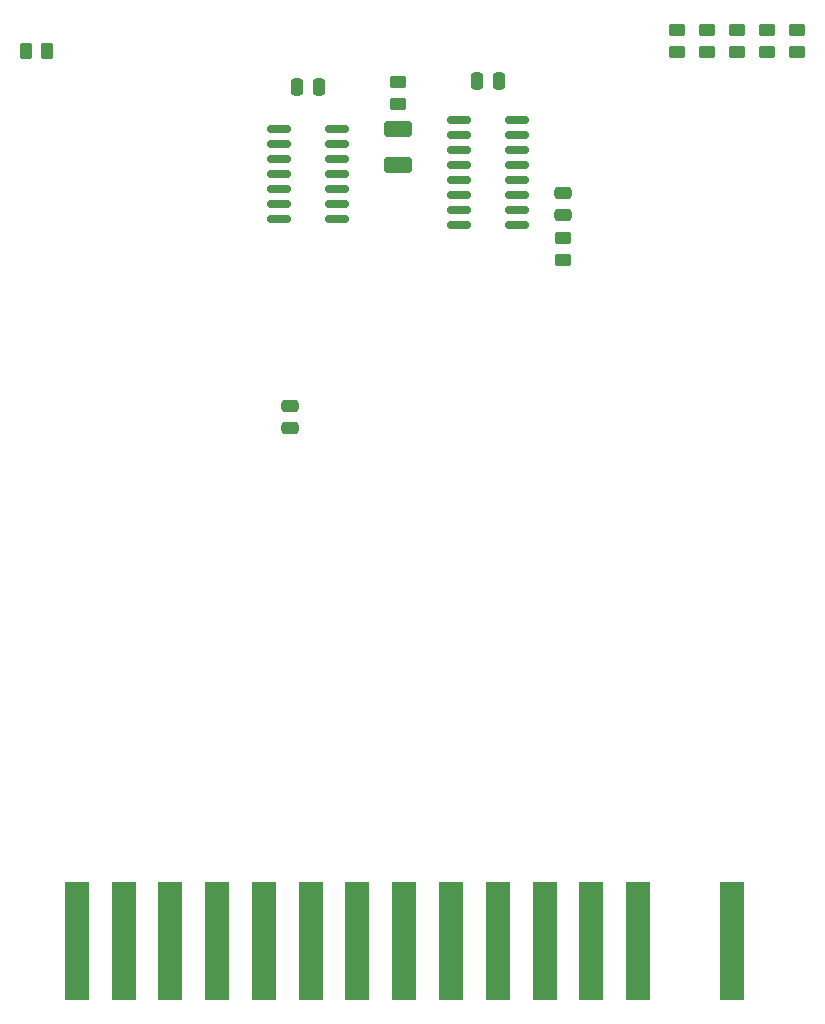
<source format=gbr>
G04 #@! TF.GenerationSoftware,KiCad,Pcbnew,(6.0.9)*
G04 #@! TF.CreationDate,2023-09-15T10:25:23+02:00*
G04 #@! TF.ProjectId,p2000t-multicartridge-smd,70323030-3074-42d6-9d75-6c7469636172,rev?*
G04 #@! TF.SameCoordinates,Original*
G04 #@! TF.FileFunction,Paste,Bot*
G04 #@! TF.FilePolarity,Positive*
%FSLAX46Y46*%
G04 Gerber Fmt 4.6, Leading zero omitted, Abs format (unit mm)*
G04 Created by KiCad (PCBNEW (6.0.9)) date 2023-09-15 10:25:23*
%MOMM*%
%LPD*%
G01*
G04 APERTURE LIST*
G04 Aperture macros list*
%AMRoundRect*
0 Rectangle with rounded corners*
0 $1 Rounding radius*
0 $2 $3 $4 $5 $6 $7 $8 $9 X,Y pos of 4 corners*
0 Add a 4 corners polygon primitive as box body*
4,1,4,$2,$3,$4,$5,$6,$7,$8,$9,$2,$3,0*
0 Add four circle primitives for the rounded corners*
1,1,$1+$1,$2,$3*
1,1,$1+$1,$4,$5*
1,1,$1+$1,$6,$7*
1,1,$1+$1,$8,$9*
0 Add four rect primitives between the rounded corners*
20,1,$1+$1,$2,$3,$4,$5,0*
20,1,$1+$1,$4,$5,$6,$7,0*
20,1,$1+$1,$6,$7,$8,$9,0*
20,1,$1+$1,$8,$9,$2,$3,0*%
G04 Aperture macros list end*
%ADD10RoundRect,0.150000X0.825000X0.150000X-0.825000X0.150000X-0.825000X-0.150000X0.825000X-0.150000X0*%
%ADD11RoundRect,0.250000X-0.250000X-0.475000X0.250000X-0.475000X0.250000X0.475000X-0.250000X0.475000X0*%
%ADD12RoundRect,0.250000X-0.475000X0.250000X-0.475000X-0.250000X0.475000X-0.250000X0.475000X0.250000X0*%
%ADD13RoundRect,0.250000X-0.925000X0.412500X-0.925000X-0.412500X0.925000X-0.412500X0.925000X0.412500X0*%
%ADD14RoundRect,0.250000X-0.262500X-0.450000X0.262500X-0.450000X0.262500X0.450000X-0.262500X0.450000X0*%
%ADD15RoundRect,0.250000X-0.450000X0.262500X-0.450000X-0.262500X0.450000X-0.262500X0.450000X0.262500X0*%
%ADD16R,2.000000X10.000000*%
%ADD17RoundRect,0.250000X0.475000X-0.250000X0.475000X0.250000X-0.475000X0.250000X-0.475000X-0.250000X0*%
%ADD18RoundRect,0.250000X0.450000X-0.262500X0.450000X0.262500X-0.450000X0.262500X-0.450000X-0.262500X0*%
G04 APERTURE END LIST*
D10*
X77532000Y-70485000D03*
X77532000Y-71755000D03*
X77532000Y-73025000D03*
X77532000Y-74295000D03*
X77532000Y-75565000D03*
X77532000Y-76835000D03*
X77532000Y-78105000D03*
X72582000Y-78105000D03*
X72582000Y-76835000D03*
X72582000Y-75565000D03*
X72582000Y-74295000D03*
X72582000Y-73025000D03*
X72582000Y-71755000D03*
X72582000Y-70485000D03*
D11*
X74107000Y-66929000D03*
X76007000Y-66929000D03*
D12*
X73533000Y-93919000D03*
X73533000Y-95819000D03*
D10*
X92772000Y-69723000D03*
X92772000Y-70993000D03*
X92772000Y-72263000D03*
X92772000Y-73533000D03*
X92772000Y-74803000D03*
X92772000Y-76073000D03*
X92772000Y-77343000D03*
X92772000Y-78613000D03*
X87822000Y-78613000D03*
X87822000Y-77343000D03*
X87822000Y-76073000D03*
X87822000Y-74803000D03*
X87822000Y-73533000D03*
X87822000Y-72263000D03*
X87822000Y-70993000D03*
X87822000Y-69723000D03*
D13*
X82677000Y-70485000D03*
X82677000Y-73560000D03*
D11*
X89347000Y-66421000D03*
X91247000Y-66421000D03*
D14*
X51134000Y-63881000D03*
X52959000Y-63881000D03*
D15*
X82677000Y-66501000D03*
X82677000Y-68326000D03*
X96647000Y-79709000D03*
X96647000Y-81534000D03*
D16*
X55465000Y-139192000D03*
X59425000Y-139192000D03*
X63385000Y-139192000D03*
X67345000Y-139192000D03*
X71305000Y-139192000D03*
X75265000Y-139192000D03*
X79225000Y-139192000D03*
X83185000Y-139192000D03*
X87145000Y-139192000D03*
X91105000Y-139192000D03*
X95065000Y-139192000D03*
X99025000Y-139192000D03*
X102985000Y-139192000D03*
X110905000Y-139192000D03*
D17*
X96647000Y-77785000D03*
X96647000Y-75885000D03*
D18*
X113919000Y-63928000D03*
X113919000Y-62103000D03*
X106299000Y-63928000D03*
X106299000Y-62103000D03*
X116459000Y-63928000D03*
X116459000Y-62103000D03*
X111379000Y-63928000D03*
X111379000Y-62103000D03*
X108839000Y-63928000D03*
X108839000Y-62103000D03*
M02*

</source>
